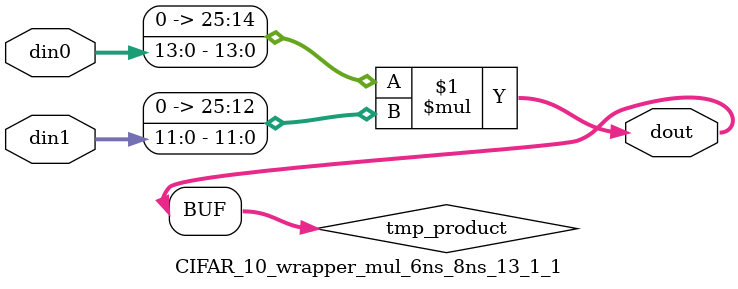
<source format=v>

`timescale 1 ns / 1 ps

  module CIFAR_10_wrapper_mul_6ns_8ns_13_1_1(din0, din1, dout);
parameter ID = 1;
parameter NUM_STAGE = 0;
parameter din0_WIDTH = 14;
parameter din1_WIDTH = 12;
parameter dout_WIDTH = 26;

input [din0_WIDTH - 1 : 0] din0; 
input [din1_WIDTH - 1 : 0] din1; 
output [dout_WIDTH - 1 : 0] dout;

wire signed [dout_WIDTH - 1 : 0] tmp_product;










assign tmp_product = $signed({1'b0, din0}) * $signed({1'b0, din1});











assign dout = tmp_product;







endmodule

</source>
